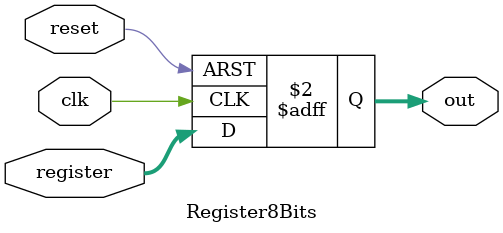
<source format=sv>
`timescale 1ns / 1ps


module Register8Bits(
    input logic clk,
    input logic reset,
    
    input logic [7:0] register,
    output logic [7:0] out
    
    );
    
    always @(posedge clk or posedge reset) begin
        if (reset)
            out <= 8'b0;
        else
            out <=  register;
    end
    
        
endmodule

</source>
